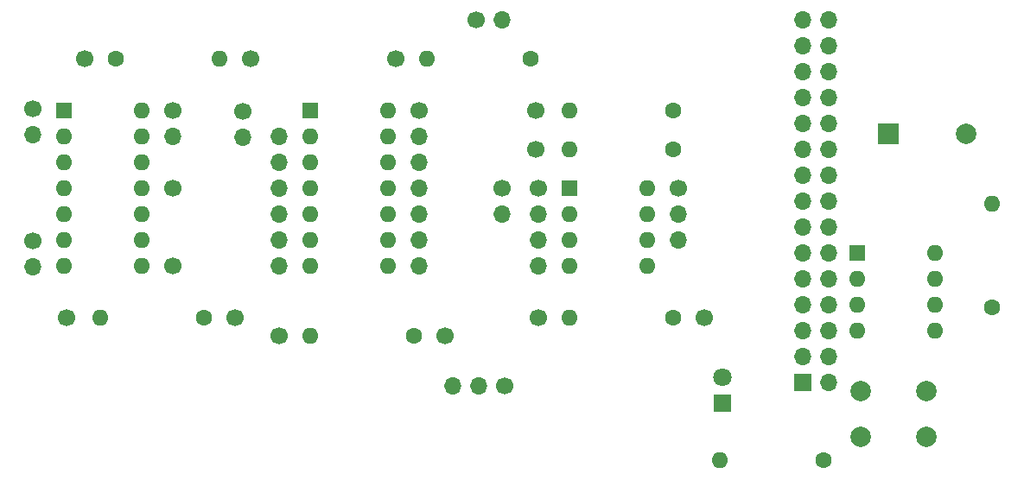
<source format=gbr>
%TF.GenerationSoftware,KiCad,Pcbnew,(6.0.5)*%
%TF.CreationDate,2022-06-19T19:54:52+02:00*%
%TF.ProjectId,bomba-robotabor,626f6d62-612d-4726-9f62-6f7461626f72,rev?*%
%TF.SameCoordinates,Original*%
%TF.FileFunction,Soldermask,Bot*%
%TF.FilePolarity,Negative*%
%FSLAX46Y46*%
G04 Gerber Fmt 4.6, Leading zero omitted, Abs format (unit mm)*
G04 Created by KiCad (PCBNEW (6.0.5)) date 2022-06-19 19:54:52*
%MOMM*%
%LPD*%
G01*
G04 APERTURE LIST*
%ADD10C,1.600000*%
%ADD11O,1.600000X1.600000*%
%ADD12R,1.600000X1.600000*%
%ADD13O,1.700000X1.700000*%
%ADD14C,1.700000*%
%ADD15C,2.000000*%
%ADD16R,1.800000X1.800000*%
%ADD17C,1.800000*%
%ADD18R,2.000000X2.000000*%
%ADD19R,1.700000X1.700000*%
G04 APERTURE END LIST*
D10*
%TO.C,R1*%
X165100000Y-52070000D03*
D11*
X154940000Y-52070000D03*
%TD*%
D10*
%TO.C,R2*%
X124460000Y-52070000D03*
D11*
X134620000Y-52070000D03*
%TD*%
D10*
%TO.C,R3*%
X153670000Y-79248000D03*
D11*
X143510000Y-79248000D03*
%TD*%
D10*
%TO.C,R4*%
X179070000Y-57150000D03*
D11*
X168910000Y-57150000D03*
%TD*%
D10*
%TO.C,R5*%
X179070000Y-77470000D03*
D11*
X168910000Y-77470000D03*
%TD*%
D10*
%TO.C,R6*%
X133096000Y-77470000D03*
D11*
X122936000Y-77470000D03*
%TD*%
D10*
%TO.C,R7*%
X179070000Y-60960000D03*
D11*
X168910000Y-60960000D03*
%TD*%
D12*
%TO.C,U1*%
X119380000Y-57150000D03*
D11*
X119380000Y-59690000D03*
X119380000Y-62230000D03*
X119380000Y-64770000D03*
X119380000Y-67310000D03*
X119380000Y-69850000D03*
X119380000Y-72390000D03*
X127000000Y-72390000D03*
X127000000Y-69850000D03*
X127000000Y-67310000D03*
X127000000Y-64770000D03*
X127000000Y-62230000D03*
X127000000Y-59690000D03*
X127000000Y-57150000D03*
%TD*%
D12*
%TO.C,U2*%
X143510000Y-57150000D03*
D11*
X143510000Y-59690000D03*
X143510000Y-62230000D03*
X143510000Y-64770000D03*
X143510000Y-67310000D03*
X143510000Y-69850000D03*
X143510000Y-72390000D03*
X151130000Y-72390000D03*
X151130000Y-69850000D03*
X151130000Y-67310000D03*
X151130000Y-64770000D03*
X151130000Y-62230000D03*
X151130000Y-59690000D03*
X151130000Y-57150000D03*
%TD*%
D12*
%TO.C,U3*%
X168910000Y-64770000D03*
D11*
X168910000Y-67310000D03*
X168910000Y-69850000D03*
X168910000Y-72390000D03*
X176530000Y-72390000D03*
X176530000Y-69850000D03*
X176530000Y-67310000D03*
X176530000Y-64770000D03*
%TD*%
D13*
%TO.C, *%
X140462000Y-59690000D03*
X140462000Y-62230000D03*
X140462000Y-64770000D03*
X140462000Y-67310000D03*
X140462000Y-69850000D03*
X140462000Y-72390000D03*
%TD*%
D14*
%TO.C, *%
X154178000Y-57150000D03*
D13*
X154178000Y-59690000D03*
X154178000Y-62230000D03*
X154178000Y-64770000D03*
X154178000Y-67310000D03*
X154178000Y-69850000D03*
X154178000Y-72390000D03*
%TD*%
D14*
%TO.C, *%
X165862000Y-64770000D03*
D13*
X165862000Y-67310000D03*
X165862000Y-69850000D03*
X165862000Y-72390000D03*
%TD*%
D14*
%TO.C, *%
X182118000Y-77470000D03*
%TD*%
%TO.C,REF\u002A\u002A*%
X179603000Y-64770000D03*
D13*
X179603000Y-67310000D03*
X179603000Y-69850000D03*
%TD*%
D15*
%TO.C,RESET*%
X203910000Y-89118000D03*
X197410000Y-89118000D03*
X203910000Y-84618000D03*
X197410000Y-84618000D03*
%TD*%
D10*
%TO.C,R (PIEZO)*%
X210312000Y-76454000D03*
D11*
X210312000Y-66294000D03*
%TD*%
D10*
%TO.C,R (LED)*%
X193802000Y-91440000D03*
D11*
X183642000Y-91440000D03*
%TD*%
D14*
%TO.C, *%
X165608000Y-57150000D03*
%TD*%
%TO.C, *%
X151892000Y-52070000D03*
%TD*%
%TO.C, *%
X162306000Y-64770000D03*
D13*
X162306000Y-67310000D03*
%TD*%
D14*
%TO.C, *%
X165862000Y-77470000D03*
%TD*%
%TO.C, *%
X165608000Y-60960000D03*
%TD*%
D16*
%TO.C,LED*%
X183896000Y-85852000D03*
D17*
X183896000Y-83312000D03*
%TD*%
D14*
%TO.C, *%
X136144000Y-77470000D03*
%TD*%
D18*
%TO.C,PIEZO*%
X200162000Y-59436000D03*
D15*
X207762000Y-59436000D03*
%TD*%
D14*
%TO.C, *%
X159766000Y-48260000D03*
D13*
X162306000Y-48260000D03*
%TD*%
D14*
%TO.C, *%
X130048000Y-64770000D03*
%TD*%
D12*
%TO.C,MODE*%
X197114000Y-71130000D03*
D11*
X197114000Y-73670000D03*
X197114000Y-76210000D03*
X197114000Y-78750000D03*
X204734000Y-78750000D03*
X204734000Y-76210000D03*
X204734000Y-73670000D03*
X204734000Y-71130000D03*
%TD*%
D14*
%TO.C, *%
X121412000Y-52070000D03*
%TD*%
%TO.C, *%
X162560000Y-84099000D03*
D13*
X160020000Y-84099000D03*
X157480000Y-84099000D03*
%TD*%
D14*
%TO.C, *%
X119634000Y-77470000D03*
%TD*%
%TO.C, *%
X130048000Y-72390000D03*
%TD*%
%TO.C, *%
X130048000Y-57150000D03*
D13*
X130048000Y-59690000D03*
%TD*%
D14*
%TO.C, *%
X116357000Y-56916000D03*
D13*
X116357000Y-59456000D03*
%TD*%
D14*
%TO.C, *%
X137668000Y-52070000D03*
%TD*%
%TO.C, *%
X140462000Y-79248000D03*
%TD*%
%TO.C, *%
X136906000Y-57170000D03*
D13*
X136906000Y-59710000D03*
%TD*%
D14*
%TO.C, *%
X116357000Y-69870000D03*
D13*
X116357000Y-72410000D03*
%TD*%
D14*
%TO.C, *%
X156718000Y-79248000D03*
%TD*%
D19*
%TO.C,REF\u002A\u002A*%
X191770000Y-83820000D03*
D13*
X194310000Y-83820000D03*
X191770000Y-81280000D03*
X194310000Y-81280000D03*
X191770000Y-78740000D03*
X194310000Y-78740000D03*
X191770000Y-76200000D03*
X194310000Y-76200000D03*
X191770000Y-73660000D03*
X194310000Y-73660000D03*
X191770000Y-71120000D03*
X194310000Y-71120000D03*
X191770000Y-68580000D03*
X194310000Y-68580000D03*
X191770000Y-66040000D03*
X194310000Y-66040000D03*
X191770000Y-63500000D03*
X194310000Y-63500000D03*
X191770000Y-60960000D03*
X194310000Y-60960000D03*
X191770000Y-58420000D03*
X194310000Y-58420000D03*
X191770000Y-55880000D03*
X194310000Y-55880000D03*
X191770000Y-53340000D03*
X194310000Y-53340000D03*
X191770000Y-50800000D03*
X194310000Y-50800000D03*
X191770000Y-48260000D03*
X194310000Y-48260000D03*
%TD*%
M02*

</source>
